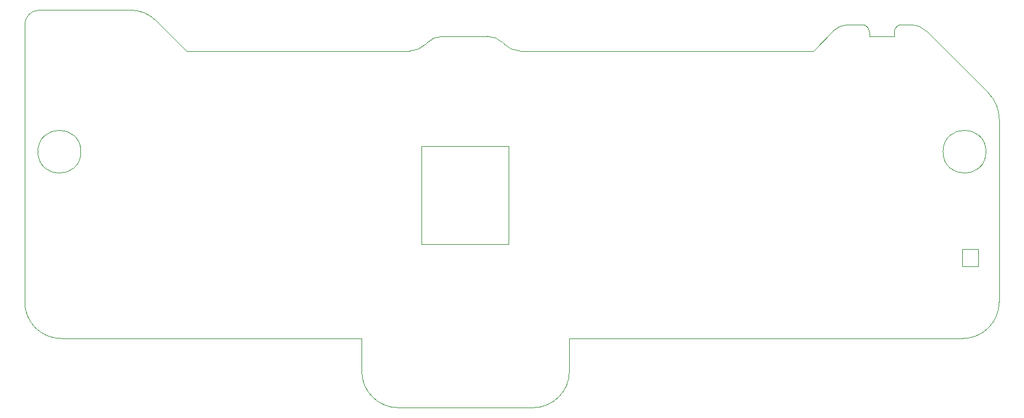
<source format=gbr>
%TF.GenerationSoftware,KiCad,Pcbnew,9.0.0*%
%TF.CreationDate,2025-05-27T10:39:59-04:00*%
%TF.ProjectId,jSmartSW,6a536d61-7274-4535-972e-6b696361645f,1.0*%
%TF.SameCoordinates,Original*%
%TF.FileFunction,Profile,NP*%
%FSLAX46Y46*%
G04 Gerber Fmt 4.6, Leading zero omitted, Abs format (unit mm)*
G04 Created by KiCad (PCBNEW 9.0.0) date 2025-05-27 10:39:59*
%MOMM*%
%LPD*%
G01*
G04 APERTURE LIST*
%TA.AperFunction,Profile*%
%ADD10C,0.100000*%
%TD*%
%TA.AperFunction,Profile*%
%ADD11C,0.020000*%
%TD*%
G04 APERTURE END LIST*
D10*
X85379971Y-122008422D02*
X126554311Y-122008423D01*
X195087171Y-78908423D02*
X193238383Y-78908421D01*
X201766141Y-78908423D02*
G75*
G02*
X203887464Y-79787097I59J-2999877D01*
G01*
X135501220Y-81387172D02*
X135258720Y-81629672D01*
X199530389Y-79908422D02*
X199530388Y-80558423D01*
X94853271Y-76908423D02*
X82379971Y-76908423D01*
X196087177Y-80558423D02*
X196087176Y-79908422D01*
X148242570Y-82508423D02*
G75*
G02*
X146121271Y-81629762I-70J2999823D01*
G01*
X191126680Y-79787032D02*
G75*
G02*
X193238383Y-78908452I2121220J-2121368D01*
G01*
X155004312Y-126508422D02*
G75*
G02*
X150024018Y-131508373I-5000012J22D01*
G01*
D11*
X211044969Y-112083421D02*
X208834970Y-112083423D01*
X208834970Y-109733423D01*
X211044971Y-109733423D01*
X211044969Y-112083421D01*
D10*
X135501220Y-81387172D02*
G75*
G02*
X137622671Y-80508452I2121380J-2121328D01*
G01*
X143757371Y-80508422D02*
G75*
G02*
X145878640Y-81387113I29J-2999778D01*
G01*
X131554271Y-131508423D02*
X150024018Y-131508423D01*
X102524311Y-82508423D02*
X98388777Y-78372888D01*
X199530389Y-79908422D02*
G75*
G02*
X200530388Y-78908389I1000011J22D01*
G01*
X134689971Y-95548422D02*
X146689970Y-95548422D01*
X199530388Y-80558423D02*
X196087177Y-80558423D01*
X146689970Y-95548422D02*
X146689970Y-109048423D01*
X131554271Y-131508423D02*
G75*
G02*
X126554277Y-126508422I-71J4999923D01*
G01*
X134689970Y-109048422D02*
X134689971Y-95548422D01*
X80379971Y-78908423D02*
G75*
G02*
X82379971Y-76908371I2000029J23D01*
G01*
X155004311Y-122008422D02*
X208879970Y-122008422D01*
X88074456Y-96358422D02*
G75*
G02*
X82185484Y-96358422I-2944486J0D01*
G01*
X82185484Y-96358422D02*
G75*
G02*
X88074456Y-96358422I2944486J0D01*
G01*
X213879970Y-117008422D02*
G75*
G02*
X208879970Y-122008370I-4999970J22D01*
G01*
X146121290Y-81629743D02*
X145878650Y-81387103D01*
X201766141Y-78908423D02*
X200530388Y-78908423D01*
X195087171Y-78908423D02*
G75*
G02*
X196087177Y-79908422I29J-999977D01*
G01*
X212415502Y-88315141D02*
G75*
G02*
X213879954Y-91850679I-3535402J-3535459D01*
G01*
X133137270Y-82508423D02*
X102524311Y-82508423D01*
X188405290Y-82508422D02*
X148242570Y-82508423D01*
X85379971Y-122008422D02*
G75*
G02*
X80379978Y-117008422I29J5000022D01*
G01*
X213879970Y-117008422D02*
X213879970Y-91850679D01*
X94853271Y-76908423D02*
G75*
G02*
X98388779Y-78372886I29J-4999877D01*
G01*
X126554311Y-122008423D02*
X126554311Y-126508422D01*
X135258720Y-81629672D02*
G75*
G02*
X133137270Y-82508436I-2121420J2121272D01*
G01*
X143757371Y-80508422D02*
X137622671Y-80508422D01*
X80379971Y-78908423D02*
X80379971Y-117008422D01*
X191126680Y-79787032D02*
X188405290Y-82508422D01*
X155004312Y-126508422D02*
X155004311Y-122008422D01*
X212074457Y-96358422D02*
G75*
G02*
X206185485Y-96358422I-2944486J0D01*
G01*
X206185485Y-96358422D02*
G75*
G02*
X212074457Y-96358422I2944486J0D01*
G01*
X212415502Y-88315141D02*
X203887460Y-79787101D01*
X146689970Y-109048423D02*
X134689970Y-109048422D01*
M02*

</source>
